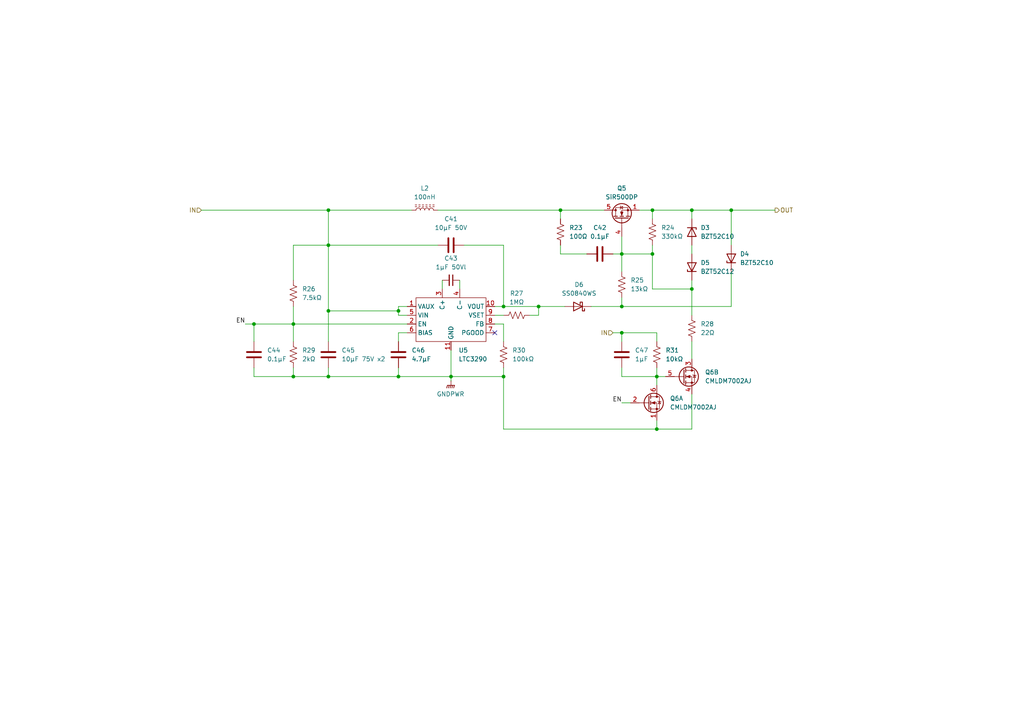
<source format=kicad_sch>
(kicad_sch (version 20231120) (generator "eeschema") (generator_version "8.0")
  (paper "A4")
  (lib_symbols
    (symbol "BW_Active:LTC3290"
      (property "Reference" "U" (at -13.716 10.16 0))
      (property "Value" "LTC3290" (at -13.716 8.128 0))
      (symbol "LTC3290_0_0"
        (pin power_in line (at -12.7 3.81 0) (length 2.54) (name "VAUX") (number "1"))
        (pin power_out line (at 12.7 3.81 180) (length 2.54) (name "VOUT") (number "10"))
        (pin power_in line (at 0 -8.89 90) (length 2.54) (name "GND") (number "11"))
        (pin input line (at -12.7 -1.27 0) (length 2.54) (name "EN") (number "2"))
        (pin passive line (at -2.54 8.89 270) (length 2.54) (name "C+") (number "3"))
        (pin passive line (at 2.54 8.89 270) (length 2.54) (name "C-") (number "4"))
        (pin power_in line (at -12.7 1.27 0) (length 2.54) (name "VIN") (number "5"))
        (pin passive line (at -12.7 -3.81 0) (length 2.54) (name "BIAS") (number "6"))
        (pin open_collector line (at 12.7 -3.81 180) (length 2.54) (name "PGOOD") (number "7"))
        (pin input line (at 12.7 -1.27 180) (length 2.54) (name "FB") (number "8"))
        (pin input line (at 12.7 1.27 180) (length 2.54) (name "VSET") (number "9"))
      )
      (symbol "LTC3290_0_1"
        (rectangle (start -10.16 6.35) (end 10.16 -6.35))
      )
    )
    (symbol "Device:C" (pin_numbers hide) (pin_names (offset 0.254))
      (property "Reference" "C" (at 0.635 2.54 0))
      (property "Value" "C" (at 0.635 -2.54 0))
      (symbol "C_0_1"
        (polyline (pts (xy -2.032 -0.762) (xy 2.032 -0.762)) (stroke (width 0.508)))
        (polyline (pts (xy -2.032 0.762) (xy 2.032 0.762)) (stroke (width 0.508)))
      )
      (symbol "C_1_1"
        (pin passive line (at 0 3.81 270) (length 2.794) (name "~") (number "1"))
        (pin passive line (at 0 -3.81 90) (length 2.794) (name "~") (number "2"))
      )
    )
    (symbol "Device:C_Small" (pin_numbers hide) (pin_names (offset 0.254) hide)
      (property "Reference" "C" (at 0.254 1.778 0))
      (property "Value" "C_Small" (at 0.254 -2.032 0))
      (symbol "C_Small_0_1"
        (polyline (pts (xy -1.524 -0.508) (xy 1.524 -0.508)) (stroke (width 0.3302)))
        (polyline (pts (xy -1.524 0.508) (xy 1.524 0.508)) (stroke (width 0.3048)))
      )
      (symbol "C_Small_1_1"
        (pin passive line (at 0 2.54 270) (length 2.032) (name "~") (number "1"))
        (pin passive line (at 0 -2.54 90) (length 2.032) (name "~") (number "2"))
      )
    )
    (symbol "Device:D_Schottky" (pin_numbers hide) (pin_names (offset 1.016) hide)
      (property "Reference" "D" (at 0 2.54 0))
      (property "Value" "D_Schottky" (at 0 -2.54 0))
      (symbol "D_Schottky_0_1"
        (polyline (pts (xy 1.27 0) (xy -1.27 0)))
        (polyline (pts (xy 1.27 1.27) (xy 1.27 -1.27) (xy -1.27 0) (xy 1.27 1.27)) (stroke (width 0.254)))
        (polyline (pts (xy -1.905 0.635) (xy -1.905 1.27) (xy -1.27 1.27) (xy -1.27 -1.27) (xy -0.635 -1.27) (xy -0.635 -0.635)) (stroke (width 0.254)))
      )
      (symbol "D_Schottky_1_1"
        (pin passive line (at -3.81 0 0) (length 2.54) (name "K") (number "1"))
        (pin passive line (at 3.81 0 180) (length 2.54) (name "A") (number "2"))
      )
    )
    (symbol "Device:D_Zener" (pin_numbers hide) (pin_names (offset 1.016) hide)
      (property "Reference" "D" (at 0 2.54 0))
      (property "Value" "D_Zener" (at 0 -2.54 0))
      (symbol "D_Zener_0_1"
        (polyline (pts (xy 1.27 0) (xy -1.27 0)))
        (polyline (pts (xy -1.27 -1.27) (xy -1.27 1.27) (xy -0.762 1.27)) (stroke (width 0.254)))
        (polyline (pts (xy 1.27 -1.27) (xy 1.27 1.27) (xy -1.27 0) (xy 1.27 -1.27)) (stroke (width 0.254)))
      )
      (symbol "D_Zener_1_1"
        (pin passive line (at -3.81 0 0) (length 2.54) (name "K") (number "1"))
        (pin passive line (at 3.81 0 180) (length 2.54) (name "A") (number "2"))
      )
    )
    (symbol "Device:L_Ferrite" (pin_numbers hide) (pin_names (offset 1.016) hide)
      (property "Reference" "L" (at -1.27 0 90))
      (property "Value" "L_Ferrite" (at 2.794 0 90))
      (symbol "L_Ferrite_0_1"
        (arc (start 0 -2.54) (mid 0.6323 -1.905) (end 0 -1.27))
        (arc (start 0 -1.27) (mid 0.6323 -0.635) (end 0 0))
        (polyline (pts (xy 1.016 -2.794) (xy 1.016 -2.286)))
        (polyline (pts (xy 1.016 -1.778) (xy 1.016 -1.27)))
        (polyline (pts (xy 1.016 -0.762) (xy 1.016 -0.254)))
        (polyline (pts (xy 1.016 0.254) (xy 1.016 0.762)))
        (polyline (pts (xy 1.016 1.27) (xy 1.016 1.778)))
        (polyline (pts (xy 1.016 2.286) (xy 1.016 2.794)))
        (polyline (pts (xy 1.524 -2.286) (xy 1.524 -2.794)))
        (polyline (pts (xy 1.524 -1.27) (xy 1.524 -1.778)))
        (polyline (pts (xy 1.524 -0.254) (xy 1.524 -0.762)))
        (polyline (pts (xy 1.524 0.762) (xy 1.524 0.254)))
        (polyline (pts (xy 1.524 1.778) (xy 1.524 1.27)))
        (polyline (pts (xy 1.524 2.794) (xy 1.524 2.286)))
        (arc (start 0 0) (mid 0.6323 0.635) (end 0 1.27))
        (arc (start 0 1.27) (mid 0.6323 1.905) (end 0 2.54))
      )
      (symbol "L_Ferrite_1_1"
        (pin passive line (at 0 3.81 270) (length 1.27) (name "1") (number "1"))
        (pin passive line (at 0 -3.81 90) (length 1.27) (name "2") (number "2"))
      )
    )
    (symbol "Device:Q_Dual_NMOS_S1G1D2S2G2D1" (pin_names (offset 0) hide)
      (property "Reference" "Q" (at 6.35 1.27 0))
      (property "Value" "Q_Dual_NMOS_S1G1D2S2G2D1" (at 19.05 -1.27 0))
      (symbol "Q_Dual_NMOS_S1G1D2S2G2D1_0_1"
        (polyline (pts (xy 0.254 0) (xy -2.54 0)))
        (polyline (pts (xy 0.254 1.905) (xy 0.254 -1.905)) (stroke (width 0.254)))
        (polyline (pts (xy 0.762 -1.27) (xy 0.762 -2.286)) (stroke (width 0.254)))
        (polyline (pts (xy 0.762 0.508) (xy 0.762 -0.508)) (stroke (width 0.254)))
        (polyline (pts (xy 0.762 2.286) (xy 0.762 1.27)) (stroke (width 0.254)))
        (polyline (pts (xy 2.54 2.54) (xy 2.54 1.778)))
        (polyline (pts (xy 2.54 -2.54) (xy 2.54 0) (xy 0.762 0)))
        (polyline (pts (xy 0.762 -1.778) (xy 3.302 -1.778) (xy 3.302 1.778) (xy 0.762 1.778)))
        (polyline (pts (xy 1.016 0) (xy 2.032 0.381) (xy 2.032 -0.381) (xy 1.016 0)) (fill (type outline)))
        (polyline (pts (xy 2.794 0.508) (xy 2.921 0.381) (xy 3.683 0.381) (xy 3.81 0.254)))
        (polyline (pts (xy 3.302 0.381) (xy 2.921 -0.254) (xy 3.683 -0.254) (xy 3.302 0.381)))
        (circle (center 1.651 0) (radius 2.794) (stroke (width 0.254)))
        (circle (center 2.54 -1.778) (radius 0.254) (fill (type outline)))
        (circle (center 2.54 1.778) (radius 0.254) (fill (type outline)))
      )
      (symbol "Q_Dual_NMOS_S1G1D2S2G2D1_1_1"
        (pin passive line (at 2.54 -5.08 90) (length 2.54) (name "S") (number "1"))
        (pin input line (at -5.08 0 0) (length 2.54) (name "G") (number "2"))
        (pin passive line (at 2.54 5.08 270) (length 2.54) (name "D") (number "6"))
      )
      (symbol "Q_Dual_NMOS_S1G1D2S2G2D1_2_1"
        (pin passive line (at 2.54 5.08 270) (length 2.54) (name "D") (number "3"))
        (pin passive line (at 2.54 -5.08 90) (length 2.54) (name "S") (number "4"))
        (pin input line (at -5.08 0 0) (length 2.54) (name "G") (number "5"))
      )
    )
    (symbol "Device:R_US" (pin_numbers hide) (pin_names (offset 0))
      (property "Reference" "R" (at 2.54 0 90))
      (property "Value" "R_US" (at -2.54 0 90))
      (symbol "R_US_0_1"
        (polyline (pts (xy 0 -2.286) (xy 0 -2.54)))
        (polyline (pts (xy 0 2.286) (xy 0 2.54)))
        (polyline (pts (xy 0 -0.762) (xy 1.016 -1.143) (xy 0 -1.524) (xy -1.016 -1.905) (xy 0 -2.286)))
        (polyline (pts (xy 0 0.762) (xy 1.016 0.381) (xy 0 0) (xy -1.016 -0.381) (xy 0 -0.762)))
        (polyline (pts (xy 0 2.286) (xy 1.016 1.905) (xy 0 1.524) (xy -1.016 1.143) (xy 0 0.762)))
      )
      (symbol "R_US_1_1"
        (pin passive line (at 0 3.81 270) (length 1.27) (name "~") (number "1"))
        (pin passive line (at 0 -3.81 90) (length 1.27) (name "~") (number "2"))
      )
    )
    (symbol "Transistor_FET:SiR696DP" (pin_names hide)
      (property "Reference" "Q" (at 5.08 1.905 0))
      (property "Value" "SiR696DP" (at 5.08 0 0))
      (symbol "SiR696DP_0_1"
        (polyline (pts (xy 0.254 0) (xy -2.54 0)))
        (polyline (pts (xy 0.254 1.905) (xy 0.254 -1.905)) (stroke (width 0.254)))
        (polyline (pts (xy 0.762 -1.27) (xy 0.762 -2.286)) (stroke (width 0.254)))
        (polyline (pts (xy 0.762 0.508) (xy 0.762 -0.508)) (stroke (width 0.254)))
        (polyline (pts (xy 0.762 2.286) (xy 0.762 1.27)) (stroke (width 0.254)))
        (polyline (pts (xy 2.54 2.54) (xy 2.54 1.778)))
        (polyline (pts (xy 2.54 -2.54) (xy 2.54 0) (xy 0.762 0)))
        (polyline (pts (xy 0.762 -1.778) (xy 3.302 -1.778) (xy 3.302 1.778) (xy 0.762 1.778)))
        (polyline (pts (xy 1.016 0) (xy 2.032 0.381) (xy 2.032 -0.381) (xy 1.016 0)) (fill (type outline)))
        (polyline (pts (xy 2.794 0.508) (xy 2.921 0.381) (xy 3.683 0.381) (xy 3.81 0.254)))
        (polyline (pts (xy 3.302 0.381) (xy 2.921 -0.254) (xy 3.683 -0.254) (xy 3.302 0.381)))
        (circle (center 1.651 0) (radius 2.794) (stroke (width 0.254)))
        (circle (center 2.54 -1.778) (radius 0.254) (fill (type outline)))
        (circle (center 2.54 1.778) (radius 0.254) (fill (type outline)))
      )
      (symbol "SiR696DP_1_1"
        (pin passive line (at 2.54 -5.08 90) (length 2.54) (name "S") (number "1"))
        (pin passive line (at 2.54 -5.08 90) (length 2.54) hide (name "S") (number "2"))
        (pin passive line (at 2.54 -5.08 90) (length 2.54) hide (name "S") (number "3"))
        (pin input line (at -5.08 0 0) (length 2.54) (name "G") (number "4"))
        (pin passive line (at 2.54 5.08 270) (length 2.54) (name "D") (number "5"))
      )
    )
    (symbol "power:GNDPWR" (power) (pin_numbers hide) (pin_names (offset 0) hide)
      (property "Value" "GNDPWR" (at 0 -3.302 0))
      (symbol "GNDPWR_0_1"
        (polyline (pts (xy 0 -1.27) (xy 0 0)))
        (polyline (pts (xy -1.016 -1.27) (xy -1.27 -2.032) (xy -1.27 -2.032)) (stroke (width 0.2032)))
        (polyline (pts (xy -0.508 -1.27) (xy -0.762 -2.032) (xy -0.762 -2.032)) (stroke (width 0.2032)))
        (polyline (pts (xy 0 -1.27) (xy -0.254 -2.032) (xy -0.254 -2.032)) (stroke (width 0.2032)))
        (polyline (pts (xy 0.508 -1.27) (xy 0.254 -2.032) (xy 0.254 -2.032)) (stroke (width 0.2032)))
        (polyline (pts (xy 1.016 -1.27) (xy -1.016 -1.27) (xy -1.016 -1.27)) (stroke (width 0.2032)))
        (polyline (pts (xy 1.016 -1.27) (xy 0.762 -2.032) (xy 0.762 -2.032) (xy 0.762 -2.032)) (stroke (width 0.2032)))
      )
      (symbol "GNDPWR_1_1"
        (pin power_in line (at 0 0 270) (length 0) (name "~") (number "1"))
      )
    )
  )
  (junction (at 162.56 60.96))
  (junction (at 180.34 96.52))
  (junction (at 130.81 109.22))
  (junction (at 189.23 73.66))
  (junction (at 212.09 60.96))
  (junction (at 73.66 93.98))
  (junction (at 85.09 93.98))
  (junction (at 95.25 60.96))
  (junction (at 85.09 109.22))
  (junction (at 189.23 60.96))
  (junction (at 190.5 109.22))
  (junction (at 180.34 88.9))
  (junction (at 156.21 88.9))
  (junction (at 95.25 109.22))
  (junction (at 180.34 73.66))
  (junction (at 115.57 109.22))
  (junction (at 200.66 83.82))
  (junction (at 200.66 60.96))
  (junction (at 95.25 90.17))
  (junction (at 95.25 71.12))
  (junction (at 146.05 88.9))
  (junction (at 146.05 109.22))
  (junction (at 190.5 124.46))
  (junction (at 115.57 90.17))
  (no_connect (at 143.51 96.52))
  (wire (pts (xy 146.05 124.46) (xy 146.05 109.22)))
  (wire (pts (xy 73.66 109.22) (xy 85.09 109.22)))
  (wire (pts (xy 95.25 71.12) (xy 85.09 71.12)))
  (wire (pts (xy 130.81 109.22) (xy 130.81 110.49)))
  (wire (pts (xy 200.66 81.28) (xy 200.66 83.82)))
  (wire (pts (xy 115.57 90.17) (xy 95.25 90.17)))
  (wire (pts (xy 143.51 93.98) (xy 146.05 93.98)))
  (wire (pts (xy 73.66 106.68) (xy 73.66 109.22)))
  (wire (pts (xy 200.66 124.46) (xy 190.5 124.46)))
  (wire (pts (xy 190.5 124.46) (xy 146.05 124.46)))
  (wire (pts (xy 180.34 116.84) (xy 182.88 116.84)))
  (wire (pts (xy 200.66 99.06) (xy 200.66 104.14)))
  (wire (pts (xy 180.34 73.66) (xy 180.34 78.74)))
  (wire (pts (xy 177.8 96.52) (xy 180.34 96.52)))
  (wire (pts (xy 177.8 73.66) (xy 180.34 73.66)))
  (wire (pts (xy 128.27 81.28) (xy 128.27 83.82)))
  (wire (pts (xy 156.21 88.9) (xy 146.05 88.9)))
  (wire (pts (xy 118.11 91.44) (xy 115.57 91.44)))
  (wire (pts (xy 85.09 71.12) (xy 85.09 81.28)))
  (wire (pts (xy 180.34 106.68) (xy 180.34 109.22)))
  (wire (pts (xy 200.66 83.82) (xy 189.23 83.82)))
  (wire (pts (xy 180.34 96.52) (xy 180.34 99.06)))
  (wire (pts (xy 190.5 109.22) (xy 193.04 109.22)))
  (wire (pts (xy 115.57 96.52) (xy 118.11 96.52)))
  (wire (pts (xy 95.25 109.22) (xy 115.57 109.22)))
  (wire (pts (xy 95.25 60.96) (xy 119.38 60.96)))
  (wire (pts (xy 162.56 60.96) (xy 162.56 63.5)))
  (wire (pts (xy 190.5 109.22) (xy 190.5 111.76)))
  (wire (pts (xy 133.35 81.28) (xy 133.35 83.82)))
  (wire (pts (xy 115.57 106.68) (xy 115.57 109.22)))
  (wire (pts (xy 185.42 60.96) (xy 189.23 60.96)))
  (wire (pts (xy 212.09 60.96) (xy 212.09 71.12)))
  (wire (pts (xy 95.25 71.12) (xy 95.25 90.17)))
  (wire (pts (xy 146.05 71.12) (xy 146.05 88.9)))
  (wire (pts (xy 189.23 60.96) (xy 200.66 60.96)))
  (wire (pts (xy 180.34 96.52) (xy 190.5 96.52)))
  (wire (pts (xy 180.34 109.22) (xy 190.5 109.22)))
  (wire (pts (xy 212.09 88.9) (xy 180.34 88.9)))
  (wire (pts (xy 200.66 60.96) (xy 212.09 60.96)))
  (wire (pts (xy 180.34 68.58) (xy 180.34 73.66)))
  (wire (pts (xy 212.09 60.96) (xy 224.79 60.96)))
  (wire (pts (xy 146.05 93.98) (xy 146.05 99.06)))
  (wire (pts (xy 95.25 106.68) (xy 95.25 109.22)))
  (wire (pts (xy 85.09 93.98) (xy 85.09 99.06)))
  (wire (pts (xy 153.67 91.44) (xy 156.21 91.44)))
  (wire (pts (xy 95.25 71.12) (xy 127 71.12)))
  (wire (pts (xy 171.45 88.9) (xy 180.34 88.9)))
  (wire (pts (xy 189.23 71.12) (xy 189.23 73.66)))
  (wire (pts (xy 200.66 60.96) (xy 200.66 63.5)))
  (wire (pts (xy 190.5 121.92) (xy 190.5 124.46)))
  (wire (pts (xy 115.57 109.22) (xy 130.81 109.22)))
  (wire (pts (xy 115.57 99.06) (xy 115.57 96.52)))
  (wire (pts (xy 130.81 109.22) (xy 146.05 109.22)))
  (wire (pts (xy 156.21 88.9) (xy 163.83 88.9)))
  (wire (pts (xy 200.66 114.3) (xy 200.66 124.46)))
  (wire (pts (xy 190.5 96.52) (xy 190.5 99.06)))
  (wire (pts (xy 162.56 60.96) (xy 175.26 60.96)))
  (wire (pts (xy 200.66 83.82) (xy 200.66 91.44)))
  (wire (pts (xy 189.23 73.66) (xy 180.34 73.66)))
  (wire (pts (xy 85.09 88.9) (xy 85.09 93.98)))
  (wire (pts (xy 115.57 91.44) (xy 115.57 90.17)))
  (wire (pts (xy 130.81 101.6) (xy 130.81 109.22)))
  (wire (pts (xy 85.09 106.68) (xy 85.09 109.22)))
  (wire (pts (xy 95.25 90.17) (xy 95.25 99.06)))
  (wire (pts (xy 58.42 60.96) (xy 95.25 60.96)))
  (wire (pts (xy 162.56 73.66) (xy 170.18 73.66)))
  (wire (pts (xy 85.09 109.22) (xy 95.25 109.22)))
  (wire (pts (xy 143.51 91.44) (xy 146.05 91.44)))
  (wire (pts (xy 95.25 60.96) (xy 95.25 71.12)))
  (wire (pts (xy 146.05 109.22) (xy 146.05 106.68)))
  (wire (pts (xy 73.66 93.98) (xy 73.66 99.06)))
  (wire (pts (xy 127 60.96) (xy 162.56 60.96)))
  (wire (pts (xy 189.23 60.96) (xy 189.23 63.5)))
  (wire (pts (xy 200.66 71.12) (xy 200.66 73.66)))
  (wire (pts (xy 115.57 88.9) (xy 118.11 88.9)))
  (wire (pts (xy 180.34 88.9) (xy 180.34 86.36)))
  (wire (pts (xy 85.09 93.98) (xy 73.66 93.98)))
  (wire (pts (xy 189.23 83.82) (xy 189.23 73.66)))
  (wire (pts (xy 134.62 71.12) (xy 146.05 71.12)))
  (wire (pts (xy 115.57 88.9) (xy 115.57 90.17)))
  (wire (pts (xy 190.5 106.68) (xy 190.5 109.22)))
  (wire (pts (xy 162.56 71.12) (xy 162.56 73.66)))
  (wire (pts (xy 212.09 78.74) (xy 212.09 88.9)))
  (wire (pts (xy 156.21 91.44) (xy 156.21 88.9)))
  (wire (pts (xy 71.12 93.98) (xy 73.66 93.98)))
  (wire (pts (xy 146.05 88.9) (xy 143.51 88.9)))
  (wire (pts (xy 118.11 93.98) (xy 85.09 93.98)))
  (label "EN" (at 180.34 116.84 180))
  (label "EN" (at 71.12 93.98 180))
  (hierarchical_label "OUT" (shape output) (at 224.79 60.96 0))
  (hierarchical_label "IN" (shape input) (at 58.42 60.96 180))
  (hierarchical_label "IN" (shape input) (at 177.8 96.52 180))
  (symbol (lib_id "BW_Active:LTC3290") (at 130.81 92.71 0) (unit 1)
    (property "Reference" "U5" (at 133.0041 101.6 0) (effects (justify left)))
    (property "Value" "LTC3290" (at 133.0041 104.14 0) (effects (justify left)))
    (property "Footprint" "Package_SO:MSOP-10-1EP_3x3mm_P0.5mm_EP1.68x1.88mm" (effects (hide yes)))
    (property "Datasheet" "https://www.analog.com/media/en/technical-documentation/data-sheets/LTC3290.pdf" (effects (hide yes)))
    (property "Description" "High voltage boost regulated charge pump" (effects (hide yes)))
  )
  (symbol (lib_id "Device:C") (at 130.81 71.12 90) (unit 1)
    (property "Reference" "C41" (at 130.81 63.5 90))
    (property "Value" "10µF 50V" (at 130.81 66.04 90))
    (property "Footprint" "Capacitor_SMD:C_1206_3216Metric" (effects (hide yes)))
    (property "Description" "Unpolarized capacitor" (effects (hide yes)))
  )
  (symbol (lib_id "Device:R_US") (at 180.34 82.55 0) (unit 1)
    (property "Reference" "R25" (at 182.88 81.2799 0) (effects (justify left)))
    (property "Value" "13kΩ" (at 182.88 83.8199 0) (effects (justify left)))
    (property "Footprint" "Resistor_SMD:R_0603_1608Metric" (effects (hide yes)))
    (property "Description" "Resistor, US symbol" (effects (hide yes)))
  )
  (symbol (lib_id "Device:R_US") (at 85.09 102.87 0) (unit 1)
    (property "Reference" "R29" (at 87.63 101.5999 0) (effects (justify left)))
    (property "Value" "2kΩ" (at 87.63 104.1399 0) (effects (justify left)))
    (property "Footprint" "Resistor_SMD:R_0603_1608Metric" (effects (hide yes)))
    (property "Description" "Resistor, US symbol" (effects (hide yes)))
  )
  (symbol (lib_id "Device:Q_Dual_NMOS_S1G1D2S2G2D1") (at 187.96 116.84 0) (unit 1)
    (property "Reference" "Q6" (at 194.31 115.5699 0) (effects (justify left)))
    (property "Value" "CMLDM7002AJ" (at 194.31 118.1099 0) (effects (justify left)))
    (property "Footprint" "Package_TO_SOT_SMD:SOT-563" (effects (hide yes)))
    (property "Description" "Dual NMOS transistor, 6 pin package" (effects (hide yes)))
  )
  (symbol (lib_id "Device:C") (at 115.57 102.87 0) (unit 1)
    (property "Reference" "C46" (at 119.38 101.5999 0) (effects (justify left)))
    (property "Value" "4.7µF" (at 119.38 104.1399 0) (effects (justify left)))
    (property "Footprint" "Capacitor_SMD:C_0603_1608Metric" (effects (hide yes)))
    (property "Description" "Unpolarized capacitor" (effects (hide yes)))
  )
  (symbol (lib_id "Device:Q_Dual_NMOS_S1G1D2S2G2D1") (at 198.12 109.22 0) (unit 2)
    (property "Reference" "Q6" (at 204.47 107.9499 0) (effects (justify left)))
    (property "Value" "CMLDM7002AJ" (at 204.47 110.4899 0) (effects (justify left)))
    (property "Footprint" "Package_TO_SOT_SMD:SOT-563" (effects (hide yes)))
    (property "Description" "Dual NMOS transistor, 6 pin package" (effects (hide yes)))
  )
  (symbol (lib_id "Device:C") (at 73.66 102.87 0) (unit 1)
    (property "Reference" "C44" (at 77.47 101.5999 0) (effects (justify left)))
    (property "Value" "0.1µF" (at 77.47 104.1399 0) (effects (justify left)))
    (property "Footprint" "Capacitor_SMD:C_0603_1608Metric" (effects (hide yes)))
    (property "Description" "Unpolarized capacitor" (effects (hide yes)))
  )
  (symbol (lib_id "Transistor_FET:SiR696DP") (at 180.34 63.5 90) (unit 1)
    (property "Reference" "Q5" (at 180.34 54.61 90))
    (property "Value" "SiR500DP" (at 180.34 57.15 90))
    (property "Footprint" "Package_SO:PowerPAK_SO-8_Single" (effects (hide yes)))
    (property "Description" "N-MOSFET transistor, source/gate/drain" (effects (hide yes)))
  )
  (symbol (lib_id "power:GNDPWR") (at 130.81 110.49 0) (unit 1)
    (property "Reference" "#PWR018" (effects (hide yes)))
    (property "Value" "GNDPWR" (at 130.683 114.3 0))
    (property "Description" "Power symbol creates a global label with name \"GNDPWR\" , global ground" (effects (hide yes)))
  )
  (symbol (lib_id "Device:L_Ferrite") (at 123.19 60.96 90) (unit 1)
    (property "Reference" "L2" (at 123.19 54.61 90))
    (property "Value" "100nH" (at 123.19 57.15 90))
    (property "Footprint" "BW_PassiveMechanical:L_Pulse_PG2110HLT" (effects (hide yes)))
    (property "Description" "Inductor with ferrite core" (effects (hide yes)))
  )
  (symbol (lib_id "Device:D_Zener") (at 200.66 77.47 90) (unit 1)
    (property "Reference" "D5" (at 203.2 76.1999 90) (effects (justify right)))
    (property "Value" "BZT52C12" (at 203.2 78.7399 90) (effects (justify right)))
    (property "Footprint" "Diode_SMD:D_SOD-123" (effects (hide yes)))
    (property "Description" "Zener diode" (effects (hide yes)))
  )
  (symbol (lib_id "Device:R_US") (at 200.66 95.25 0) (unit 1)
    (property "Reference" "R28" (at 203.2 93.9799 0) (effects (justify left)))
    (property "Value" "22Ω" (at 203.2 96.5199 0) (effects (justify left)))
    (property "Footprint" "Resistor_SMD:R_0603_1608Metric" (effects (hide yes)))
    (property "Description" "Resistor, US symbol" (effects (hide yes)))
  )
  (symbol (lib_id "Device:R_US") (at 190.5 102.87 0) (unit 1)
    (property "Reference" "R31" (at 193.04 101.5999 0) (effects (justify left)))
    (property "Value" "10kΩ" (at 193.04 104.1399 0) (effects (justify left)))
    (property "Footprint" "Resistor_SMD:R_0603_1608Metric" (effects (hide yes)))
    (property "Description" "Resistor, US symbol" (effects (hide yes)))
  )
  (symbol (lib_id "Device:C") (at 173.99 73.66 90) (unit 1)
    (property "Reference" "C42" (at 173.99 66.04 90))
    (property "Value" "0.1µF" (at 173.99 68.58 90))
    (property "Footprint" "Capacitor_SMD:C_0603_1608Metric" (effects (hide yes)))
    (property "Description" "Unpolarized capacitor" (effects (hide yes)))
  )
  (symbol (lib_id "Device:D_Schottky") (at 167.64 88.9 180) (unit 1)
    (property "Reference" "D6" (at 167.9575 82.55 0))
    (property "Value" "SS0840WS" (at 167.9575 85.09 0))
    (property "Footprint" "Diode_SMD:D_SOD-323_HandSoldering" (effects (hide yes)))
    (property "Description" "Schottky diode" (effects (hide yes)))
  )
  (symbol (lib_id "Device:C") (at 180.34 102.87 0) (unit 1)
    (property "Reference" "C47" (at 184.15 101.5999 0) (effects (justify left)))
    (property "Value" "1µF" (at 184.15 104.1399 0) (effects (justify left)))
    (property "Footprint" "Capacitor_SMD:C_0603_1608Metric" (effects (hide yes)))
    (property "Description" "Unpolarized capacitor" (effects (hide yes)))
  )
  (symbol (lib_id "Device:R_US") (at 189.23 67.31 0) (unit 1)
    (property "Reference" "R24" (at 191.77 66.0399 0) (effects (justify left)))
    (property "Value" "330kΩ" (at 191.77 68.5799 0) (effects (justify left)))
    (property "Footprint" "Resistor_SMD:R_0603_1608Metric" (effects (hide yes)))
    (property "Description" "Resistor, US symbol" (effects (hide yes)))
  )
  (symbol (lib_id "Device:R_US") (at 85.09 85.09 0) (unit 1)
    (property "Reference" "R26" (at 87.63 83.8199 0) (effects (justify left)))
    (property "Value" "7.5kΩ" (at 87.63 86.3599 0) (effects (justify left)))
    (property "Footprint" "Resistor_SMD:R_0603_1608Metric" (effects (hide yes)))
    (property "Description" "Resistor, US symbol" (effects (hide yes)))
  )
  (symbol (lib_id "Device:C_Small") (at 130.81 81.28 270) (unit 1)
    (property "Reference" "C43" (at 130.8036 74.93 90))
    (property "Value" "1µF 50Vl" (at 130.8036 77.47 90))
    (property "Footprint" "Capacitor_SMD:C_0805_2012Metric" (effects (hide yes)))
    (property "Description" "Unpolarized capacitor, small symbol" (effects (hide yes)))
  )
  (symbol (lib_id "Device:R_US") (at 146.05 102.87 0) (unit 1)
    (property "Reference" "R30" (at 148.59 101.5999 0) (effects (justify left)))
    (property "Value" "100kΩ" (at 148.59 104.1399 0) (effects (justify left)))
    (property "Footprint" "Resistor_SMD:R_0603_1608Metric" (effects (hide yes)))
    (property "Description" "Resistor, US symbol" (effects (hide yes)))
  )
  (symbol (lib_id "Device:R_US") (at 149.86 91.44 90) (unit 1)
    (property "Reference" "R27" (at 149.86 85.09 90))
    (property "Value" "1MΩ" (at 149.86 87.63 90))
    (property "Footprint" "Resistor_SMD:R_0603_1608Metric" (effects (hide yes)))
    (property "Description" "Resistor, US symbol" (effects (hide yes)))
  )
  (symbol (lib_id "Device:C") (at 95.25 102.87 0) (unit 1)
    (property "Reference" "C45" (at 99.06 101.5999 0) (effects (justify left)))
    (property "Value" "10µF 75V x2" (at 99.06 104.1399 0) (effects (justify left)))
    (property "Footprint" "Capacitor_SMD:C_1210_3225Metric" (effects (hide yes)))
    (property "Description" "Unpolarized capacitor" (effects (hide yes)))
  )
  (symbol (lib_id "Device:R_US") (at 162.56 67.31 0) (unit 1)
    (property "Reference" "R23" (at 165.1 66.0399 0) (effects (justify left)))
    (property "Value" "100Ω" (at 165.1 68.5799 0) (effects (justify left)))
    (property "Footprint" "Resistor_SMD:R_0603_1608Metric" (effects (hide yes)))
    (property "Description" "Resistor, US symbol" (effects (hide yes)))
  )
  (symbol (lib_id "Device:D_Zener") (at 212.09 74.93 90) (unit 1)
    (property "Reference" "D4" (at 214.63 73.6599 90) (effects (justify right)))
    (property "Value" "BZT52C10" (at 214.63 76.1999 90) (effects (justify right)))
    (property "Footprint" "Diode_SMD:D_SOD-123" (effects (hide yes)))
    (property "Description" "Zener diode" (effects (hide yes)))
  )
  (symbol (lib_id "Device:D_Zener") (at 200.66 67.31 270) (unit 1)
    (property "Reference" "D3" (at 203.2 66.0399 90) (effects (justify left)))
    (property "Value" "BZT52C10" (at 203.2 68.5799 90) (effects (justify left)))
    (property "Footprint" "Diode_SMD:D_SOD-123" (effects (hide yes)))
    (property "Description" "Zener diode" (effects (hide yes)))
  )
)
</source>
